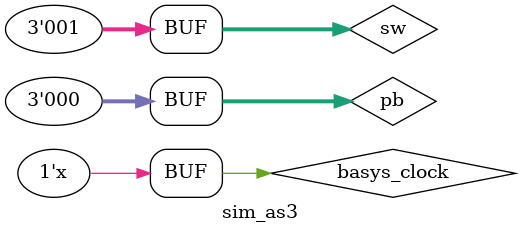
<source format=v>
`timescale 1ns / 1ps

module sim_as3();

    // Declare the signals
    reg basys_clock;
    reg [2:0] sw;
    reg [2:0] pb;
    wire [12:0] led;
    wire LD15;
    wire [3:0] an;
    wire [6:0] seg;
    wire LD15B;
    wire a_status, b_status, task_id;

    // Instantiate the as3 module
    as3 uut(
        .basys_clock(basys_clock),
        .sw(sw),
        .pb(pb),
        .led(led),
        .LD15(LD15),
        .an(an),
        .seg(seg)
    );

    // Clock generation
    always begin
        #5 basys_clock = ~basys_clock;  // Assuming 10ns clock period (100MHz)
    end

    // Test Sequence
    initial begin
        // Initial conditions
        basys_clock = 0;
        sw = 3'b000;
        pb = 3'b000;
        #1400000;

        // 1. No buttons pressed, no switches flipped
        #1000;

        // 2. Flip SW[0]
        sw[0] = 1;
        #10;

        // 3. Press BTND (pb[0])
        pb[0] = 1;
        #10;
        pb[0] = 0;
        #10;

    end

endmodule


</source>
